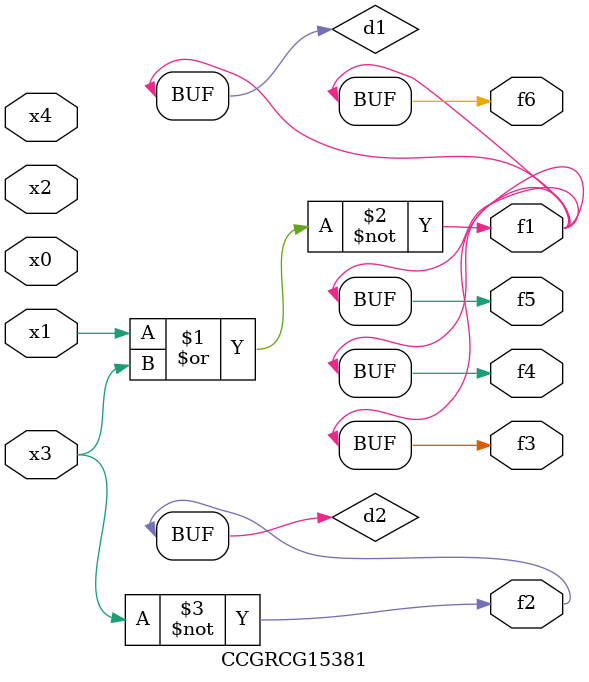
<source format=v>
module CCGRCG15381(
	input x0, x1, x2, x3, x4,
	output f1, f2, f3, f4, f5, f6
);

	wire d1, d2;

	nor (d1, x1, x3);
	not (d2, x3);
	assign f1 = d1;
	assign f2 = d2;
	assign f3 = d1;
	assign f4 = d1;
	assign f5 = d1;
	assign f6 = d1;
endmodule

</source>
